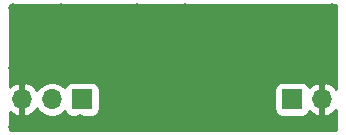
<source format=gbl>
G04 #@! TF.GenerationSoftware,KiCad,Pcbnew,(5.1.6-0-10_14)*
G04 #@! TF.CreationDate,2021-04-27T10:54:01+09:00*
G04 #@! TF.ProjectId,qPCR-negative_voltage,71504352-2d6e-4656-9761-746976655f76,rev?*
G04 #@! TF.SameCoordinates,Original*
G04 #@! TF.FileFunction,Copper,L2,Bot*
G04 #@! TF.FilePolarity,Positive*
%FSLAX46Y46*%
G04 Gerber Fmt 4.6, Leading zero omitted, Abs format (unit mm)*
G04 Created by KiCad (PCBNEW (5.1.6-0-10_14)) date 2021-04-27 10:54:01*
%MOMM*%
%LPD*%
G01*
G04 APERTURE LIST*
G04 #@! TA.AperFunction,ComponentPad*
%ADD10R,1.700000X1.700000*%
G04 #@! TD*
G04 #@! TA.AperFunction,ComponentPad*
%ADD11O,1.700000X1.700000*%
G04 #@! TD*
G04 #@! TA.AperFunction,ViaPad*
%ADD12C,0.800000*%
G04 #@! TD*
G04 #@! TA.AperFunction,Conductor*
%ADD13C,0.254000*%
G04 #@! TD*
G04 APERTURE END LIST*
D10*
X121800000Y-95700000D03*
D11*
X119260000Y-95700000D03*
X116720000Y-95700000D03*
X142120000Y-95700000D03*
D10*
X139580000Y-95700000D03*
D12*
X116000000Y-88000000D03*
X116000000Y-93000000D03*
X123000000Y-89000000D03*
X118500000Y-90500000D03*
X120000000Y-88000000D03*
X116000000Y-98000000D03*
X125500000Y-98000000D03*
X129500000Y-98000000D03*
X127000000Y-96500000D03*
X133500000Y-97500000D03*
X121500000Y-91500000D03*
X126500000Y-88000000D03*
X130500000Y-88000000D03*
X135000000Y-89000000D03*
X132000000Y-89000000D03*
X143000000Y-88000000D03*
X138500000Y-88500000D03*
X143000000Y-90500000D03*
X143000000Y-98000000D03*
X138000000Y-98000000D03*
X141000000Y-92500000D03*
X140722500Y-90277500D03*
X132860000Y-91140000D03*
X133136999Y-93466999D03*
X128750000Y-90250000D03*
X124250000Y-90250000D03*
X121614999Y-97385001D03*
X137130000Y-94540000D03*
X124055000Y-94995000D03*
D13*
G36*
X143315000Y-94818448D02*
G01*
X143120269Y-94602412D01*
X142886920Y-94428359D01*
X142624099Y-94303175D01*
X142476890Y-94258524D01*
X142247000Y-94379845D01*
X142247000Y-95573000D01*
X142267000Y-95573000D01*
X142267000Y-95827000D01*
X142247000Y-95827000D01*
X142247000Y-97020155D01*
X142476890Y-97141476D01*
X142624099Y-97096825D01*
X142886920Y-96971641D01*
X143120269Y-96797588D01*
X143315000Y-96581552D01*
X143315000Y-98315000D01*
X115685000Y-98315000D01*
X115685000Y-96759057D01*
X115719731Y-96797588D01*
X115953080Y-96971641D01*
X116215901Y-97096825D01*
X116363110Y-97141476D01*
X116593000Y-97020155D01*
X116593000Y-95827000D01*
X116573000Y-95827000D01*
X116573000Y-95573000D01*
X116593000Y-95573000D01*
X116593000Y-94379845D01*
X116847000Y-94379845D01*
X116847000Y-95573000D01*
X116867000Y-95573000D01*
X116867000Y-95827000D01*
X116847000Y-95827000D01*
X116847000Y-97020155D01*
X117076890Y-97141476D01*
X117224099Y-97096825D01*
X117486920Y-96971641D01*
X117720269Y-96797588D01*
X117915178Y-96581355D01*
X117984805Y-96464466D01*
X118106525Y-96646632D01*
X118313368Y-96853475D01*
X118556589Y-97015990D01*
X118826842Y-97127932D01*
X119113740Y-97185000D01*
X119406260Y-97185000D01*
X119693158Y-97127932D01*
X119963411Y-97015990D01*
X120206632Y-96853475D01*
X120338487Y-96721620D01*
X120360498Y-96794180D01*
X120419463Y-96904494D01*
X120498815Y-97001185D01*
X120595506Y-97080537D01*
X120705820Y-97139502D01*
X120825518Y-97175812D01*
X120950000Y-97188072D01*
X122650000Y-97188072D01*
X122774482Y-97175812D01*
X122894180Y-97139502D01*
X123004494Y-97080537D01*
X123101185Y-97001185D01*
X123180537Y-96904494D01*
X123239502Y-96794180D01*
X123275812Y-96674482D01*
X123288072Y-96550000D01*
X123288072Y-94850000D01*
X138091928Y-94850000D01*
X138091928Y-96550000D01*
X138104188Y-96674482D01*
X138140498Y-96794180D01*
X138199463Y-96904494D01*
X138278815Y-97001185D01*
X138375506Y-97080537D01*
X138485820Y-97139502D01*
X138605518Y-97175812D01*
X138730000Y-97188072D01*
X140430000Y-97188072D01*
X140554482Y-97175812D01*
X140674180Y-97139502D01*
X140784494Y-97080537D01*
X140881185Y-97001185D01*
X140960537Y-96904494D01*
X141019502Y-96794180D01*
X141043966Y-96713534D01*
X141119731Y-96797588D01*
X141353080Y-96971641D01*
X141615901Y-97096825D01*
X141763110Y-97141476D01*
X141993000Y-97020155D01*
X141993000Y-95827000D01*
X141973000Y-95827000D01*
X141973000Y-95573000D01*
X141993000Y-95573000D01*
X141993000Y-94379845D01*
X141763110Y-94258524D01*
X141615901Y-94303175D01*
X141353080Y-94428359D01*
X141119731Y-94602412D01*
X141043966Y-94686466D01*
X141019502Y-94605820D01*
X140960537Y-94495506D01*
X140881185Y-94398815D01*
X140784494Y-94319463D01*
X140674180Y-94260498D01*
X140554482Y-94224188D01*
X140430000Y-94211928D01*
X138730000Y-94211928D01*
X138605518Y-94224188D01*
X138485820Y-94260498D01*
X138375506Y-94319463D01*
X138278815Y-94398815D01*
X138199463Y-94495506D01*
X138140498Y-94605820D01*
X138104188Y-94725518D01*
X138091928Y-94850000D01*
X123288072Y-94850000D01*
X123275812Y-94725518D01*
X123239502Y-94605820D01*
X123180537Y-94495506D01*
X123101185Y-94398815D01*
X123004494Y-94319463D01*
X122894180Y-94260498D01*
X122774482Y-94224188D01*
X122650000Y-94211928D01*
X120950000Y-94211928D01*
X120825518Y-94224188D01*
X120705820Y-94260498D01*
X120595506Y-94319463D01*
X120498815Y-94398815D01*
X120419463Y-94495506D01*
X120360498Y-94605820D01*
X120338487Y-94678380D01*
X120206632Y-94546525D01*
X119963411Y-94384010D01*
X119693158Y-94272068D01*
X119406260Y-94215000D01*
X119113740Y-94215000D01*
X118826842Y-94272068D01*
X118556589Y-94384010D01*
X118313368Y-94546525D01*
X118106525Y-94753368D01*
X117984805Y-94935534D01*
X117915178Y-94818645D01*
X117720269Y-94602412D01*
X117486920Y-94428359D01*
X117224099Y-94303175D01*
X117076890Y-94258524D01*
X116847000Y-94379845D01*
X116593000Y-94379845D01*
X116363110Y-94258524D01*
X116215901Y-94303175D01*
X115953080Y-94428359D01*
X115719731Y-94602412D01*
X115685000Y-94640943D01*
X115685000Y-87685000D01*
X143315001Y-87685000D01*
X143315000Y-94818448D01*
G37*
X143315000Y-94818448D02*
X143120269Y-94602412D01*
X142886920Y-94428359D01*
X142624099Y-94303175D01*
X142476890Y-94258524D01*
X142247000Y-94379845D01*
X142247000Y-95573000D01*
X142267000Y-95573000D01*
X142267000Y-95827000D01*
X142247000Y-95827000D01*
X142247000Y-97020155D01*
X142476890Y-97141476D01*
X142624099Y-97096825D01*
X142886920Y-96971641D01*
X143120269Y-96797588D01*
X143315000Y-96581552D01*
X143315000Y-98315000D01*
X115685000Y-98315000D01*
X115685000Y-96759057D01*
X115719731Y-96797588D01*
X115953080Y-96971641D01*
X116215901Y-97096825D01*
X116363110Y-97141476D01*
X116593000Y-97020155D01*
X116593000Y-95827000D01*
X116573000Y-95827000D01*
X116573000Y-95573000D01*
X116593000Y-95573000D01*
X116593000Y-94379845D01*
X116847000Y-94379845D01*
X116847000Y-95573000D01*
X116867000Y-95573000D01*
X116867000Y-95827000D01*
X116847000Y-95827000D01*
X116847000Y-97020155D01*
X117076890Y-97141476D01*
X117224099Y-97096825D01*
X117486920Y-96971641D01*
X117720269Y-96797588D01*
X117915178Y-96581355D01*
X117984805Y-96464466D01*
X118106525Y-96646632D01*
X118313368Y-96853475D01*
X118556589Y-97015990D01*
X118826842Y-97127932D01*
X119113740Y-97185000D01*
X119406260Y-97185000D01*
X119693158Y-97127932D01*
X119963411Y-97015990D01*
X120206632Y-96853475D01*
X120338487Y-96721620D01*
X120360498Y-96794180D01*
X120419463Y-96904494D01*
X120498815Y-97001185D01*
X120595506Y-97080537D01*
X120705820Y-97139502D01*
X120825518Y-97175812D01*
X120950000Y-97188072D01*
X122650000Y-97188072D01*
X122774482Y-97175812D01*
X122894180Y-97139502D01*
X123004494Y-97080537D01*
X123101185Y-97001185D01*
X123180537Y-96904494D01*
X123239502Y-96794180D01*
X123275812Y-96674482D01*
X123288072Y-96550000D01*
X123288072Y-94850000D01*
X138091928Y-94850000D01*
X138091928Y-96550000D01*
X138104188Y-96674482D01*
X138140498Y-96794180D01*
X138199463Y-96904494D01*
X138278815Y-97001185D01*
X138375506Y-97080537D01*
X138485820Y-97139502D01*
X138605518Y-97175812D01*
X138730000Y-97188072D01*
X140430000Y-97188072D01*
X140554482Y-97175812D01*
X140674180Y-97139502D01*
X140784494Y-97080537D01*
X140881185Y-97001185D01*
X140960537Y-96904494D01*
X141019502Y-96794180D01*
X141043966Y-96713534D01*
X141119731Y-96797588D01*
X141353080Y-96971641D01*
X141615901Y-97096825D01*
X141763110Y-97141476D01*
X141993000Y-97020155D01*
X141993000Y-95827000D01*
X141973000Y-95827000D01*
X141973000Y-95573000D01*
X141993000Y-95573000D01*
X141993000Y-94379845D01*
X141763110Y-94258524D01*
X141615901Y-94303175D01*
X141353080Y-94428359D01*
X141119731Y-94602412D01*
X141043966Y-94686466D01*
X141019502Y-94605820D01*
X140960537Y-94495506D01*
X140881185Y-94398815D01*
X140784494Y-94319463D01*
X140674180Y-94260498D01*
X140554482Y-94224188D01*
X140430000Y-94211928D01*
X138730000Y-94211928D01*
X138605518Y-94224188D01*
X138485820Y-94260498D01*
X138375506Y-94319463D01*
X138278815Y-94398815D01*
X138199463Y-94495506D01*
X138140498Y-94605820D01*
X138104188Y-94725518D01*
X138091928Y-94850000D01*
X123288072Y-94850000D01*
X123275812Y-94725518D01*
X123239502Y-94605820D01*
X123180537Y-94495506D01*
X123101185Y-94398815D01*
X123004494Y-94319463D01*
X122894180Y-94260498D01*
X122774482Y-94224188D01*
X122650000Y-94211928D01*
X120950000Y-94211928D01*
X120825518Y-94224188D01*
X120705820Y-94260498D01*
X120595506Y-94319463D01*
X120498815Y-94398815D01*
X120419463Y-94495506D01*
X120360498Y-94605820D01*
X120338487Y-94678380D01*
X120206632Y-94546525D01*
X119963411Y-94384010D01*
X119693158Y-94272068D01*
X119406260Y-94215000D01*
X119113740Y-94215000D01*
X118826842Y-94272068D01*
X118556589Y-94384010D01*
X118313368Y-94546525D01*
X118106525Y-94753368D01*
X117984805Y-94935534D01*
X117915178Y-94818645D01*
X117720269Y-94602412D01*
X117486920Y-94428359D01*
X117224099Y-94303175D01*
X117076890Y-94258524D01*
X116847000Y-94379845D01*
X116593000Y-94379845D01*
X116363110Y-94258524D01*
X116215901Y-94303175D01*
X115953080Y-94428359D01*
X115719731Y-94602412D01*
X115685000Y-94640943D01*
X115685000Y-87685000D01*
X143315001Y-87685000D01*
X143315000Y-94818448D01*
M02*

</source>
